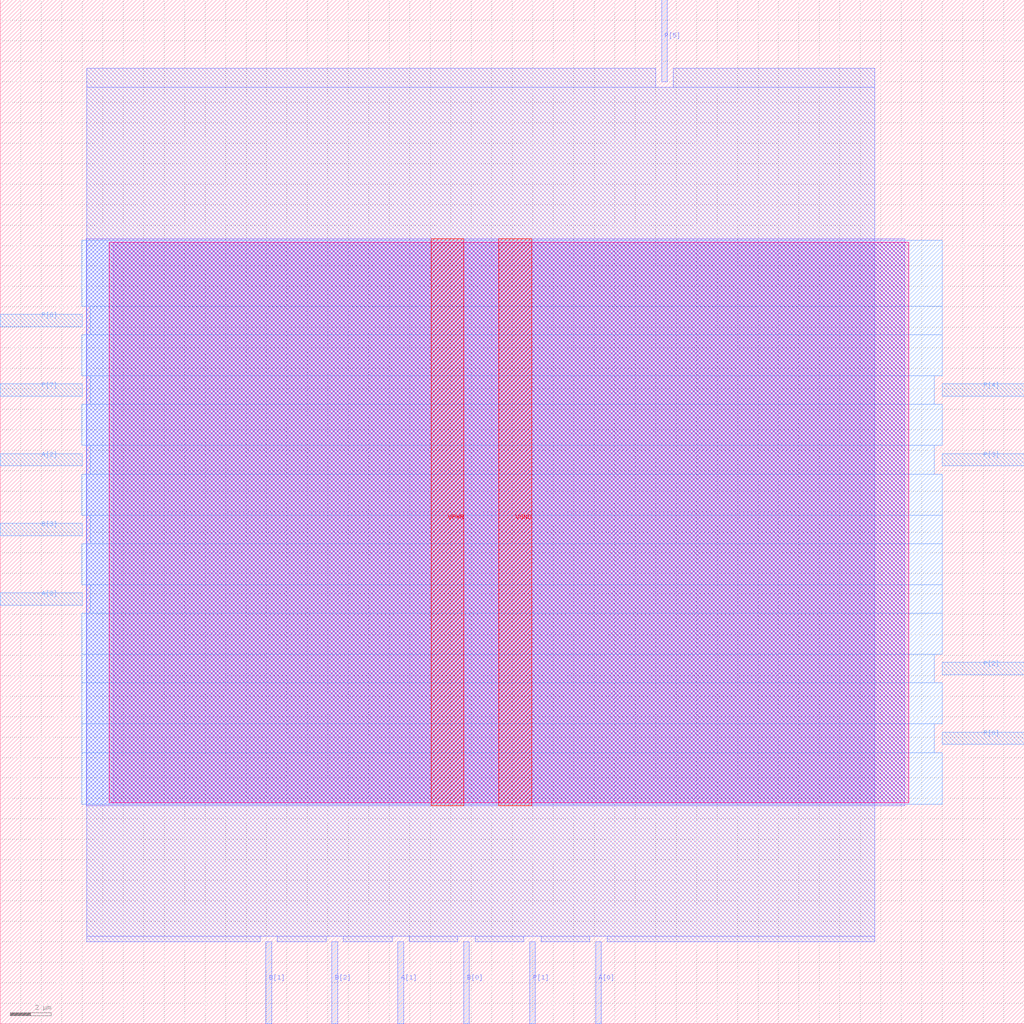
<source format=lef>
VERSION 5.7 ;
  NOWIREEXTENSIONATPIN ON ;
  DIVIDERCHAR "/" ;
  BUSBITCHARS "[]" ;
MACRO mult4_SarsaNStepsRuido_e9_SARSA_RUIDO_e9_SARSA_RUIDO_e9_SARSA_RUIDO_e9
  CLASS BLOCK ;
  FOREIGN mult4_SarsaNStepsRuido_e9_SARSA_RUIDO_e9_SARSA_RUIDO_e9_SARSA_RUIDO_e9 ;
  ORIGIN 0.000 0.000 ;
  SIZE 50.000 BY 50.000 ;
  PIN A[0]
    DIRECTION INPUT ;
    USE SIGNAL ;
    ANTENNAGATEAREA 0.213000 ;
    PORT
      LAYER met2 ;
        RECT 29.070 0.000 29.350 4.000 ;
    END
  END A[0]
  PIN A[1]
    DIRECTION INPUT ;
    USE SIGNAL ;
    ANTENNAGATEAREA 0.126000 ;
    PORT
      LAYER met2 ;
        RECT 19.410 0.000 19.690 4.000 ;
    END
  END A[1]
  PIN A[2]
    DIRECTION INPUT ;
    USE SIGNAL ;
    ANTENNAGATEAREA 0.213000 ;
    PORT
      LAYER met3 ;
        RECT 0.000 27.240 4.000 27.840 ;
    END
  END A[2]
  PIN A[3]
    DIRECTION INPUT ;
    USE SIGNAL ;
    ANTENNAGATEAREA 0.196500 ;
    PORT
      LAYER met3 ;
        RECT 0.000 20.440 4.000 21.040 ;
    END
  END A[3]
  PIN B[0]
    DIRECTION INPUT ;
    USE SIGNAL ;
    ANTENNAGATEAREA 0.196500 ;
    PORT
      LAYER met2 ;
        RECT 22.630 0.000 22.910 4.000 ;
    END
  END B[0]
  PIN B[1]
    DIRECTION INPUT ;
    USE SIGNAL ;
    ANTENNAGATEAREA 0.213000 ;
    PORT
      LAYER met2 ;
        RECT 12.970 0.000 13.250 4.000 ;
    END
  END B[1]
  PIN B[2]
    DIRECTION INPUT ;
    USE SIGNAL ;
    ANTENNAGATEAREA 0.196500 ;
    PORT
      LAYER met2 ;
        RECT 16.190 0.000 16.470 4.000 ;
    END
  END B[2]
  PIN B[3]
    DIRECTION INPUT ;
    USE SIGNAL ;
    ANTENNAGATEAREA 0.213000 ;
    PORT
      LAYER met3 ;
        RECT 0.000 23.840 4.000 24.440 ;
    END
  END B[3]
  PIN P[0]
    DIRECTION OUTPUT ;
    USE SIGNAL ;
    PORT
      LAYER met3 ;
        RECT 46.000 13.640 50.000 14.240 ;
    END
  END P[0]
  PIN P[1]
    DIRECTION OUTPUT ;
    USE SIGNAL ;
    ANTENNADIFFAREA 0.445500 ;
    PORT
      LAYER met2 ;
        RECT 25.850 0.000 26.130 4.000 ;
    END
  END P[1]
  PIN P[2]
    DIRECTION OUTPUT ;
    USE SIGNAL ;
    ANTENNADIFFAREA 0.445500 ;
    PORT
      LAYER met3 ;
        RECT 46.000 17.040 50.000 17.640 ;
    END
  END P[2]
  PIN P[3]
    DIRECTION OUTPUT ;
    USE SIGNAL ;
    ANTENNADIFFAREA 0.445500 ;
    PORT
      LAYER met3 ;
        RECT 46.000 27.240 50.000 27.840 ;
    END
  END P[3]
  PIN P[4]
    DIRECTION OUTPUT ;
    USE SIGNAL ;
    ANTENNADIFFAREA 0.445500 ;
    PORT
      LAYER met3 ;
        RECT 46.000 30.640 50.000 31.240 ;
    END
  END P[4]
  PIN P[5]
    DIRECTION OUTPUT ;
    USE SIGNAL ;
    ANTENNADIFFAREA 0.445500 ;
    PORT
      LAYER met2 ;
        RECT 32.290 46.000 32.570 50.000 ;
    END
  END P[5]
  PIN P[6]
    DIRECTION OUTPUT ;
    USE SIGNAL ;
    ANTENNADIFFAREA 0.445500 ;
    PORT
      LAYER met3 ;
        RECT 0.000 34.040 4.000 34.640 ;
    END
  END P[6]
  PIN P[7]
    DIRECTION OUTPUT ;
    USE SIGNAL ;
    ANTENNADIFFAREA 0.445500 ;
    PORT
      LAYER met3 ;
        RECT 0.000 30.640 4.000 31.240 ;
    END
  END P[7]
  PIN VGND
    DIRECTION INOUT ;
    USE GROUND ;
    PORT
      LAYER met4 ;
        RECT 24.340 10.640 25.940 38.320 ;
    END
  END VGND
  PIN VPWR
    DIRECTION INOUT ;
    USE POWER ;
    PORT
      LAYER met4 ;
        RECT 21.040 10.640 22.640 38.320 ;
    END
  END VPWR
  OBS
      LAYER nwell ;
        RECT 5.330 10.795 44.350 38.165 ;
      LAYER li1 ;
        RECT 5.520 10.795 44.160 38.165 ;
      LAYER met1 ;
        RECT 4.210 10.640 44.160 38.320 ;
      LAYER met2 ;
        RECT 4.230 45.720 32.010 46.650 ;
        RECT 32.850 45.720 42.690 46.650 ;
        RECT 4.230 4.280 42.690 45.720 ;
        RECT 4.230 4.000 12.690 4.280 ;
        RECT 13.530 4.000 15.910 4.280 ;
        RECT 16.750 4.000 19.130 4.280 ;
        RECT 19.970 4.000 22.350 4.280 ;
        RECT 23.190 4.000 25.570 4.280 ;
        RECT 26.410 4.000 28.790 4.280 ;
        RECT 29.630 4.000 42.690 4.280 ;
      LAYER met3 ;
        RECT 3.990 35.040 46.000 38.245 ;
        RECT 4.400 33.640 46.000 35.040 ;
        RECT 3.990 31.640 46.000 33.640 ;
        RECT 4.400 30.240 45.600 31.640 ;
        RECT 3.990 28.240 46.000 30.240 ;
        RECT 4.400 26.840 45.600 28.240 ;
        RECT 3.990 24.840 46.000 26.840 ;
        RECT 4.400 23.440 46.000 24.840 ;
        RECT 3.990 21.440 46.000 23.440 ;
        RECT 4.400 20.040 46.000 21.440 ;
        RECT 3.990 18.040 46.000 20.040 ;
        RECT 3.990 16.640 45.600 18.040 ;
        RECT 3.990 14.640 46.000 16.640 ;
        RECT 3.990 13.240 45.600 14.640 ;
        RECT 3.990 10.715 46.000 13.240 ;
  END
END mult4_SarsaNStepsRuido_e9_SARSA_RUIDO_e9_SARSA_RUIDO_e9_SARSA_RUIDO_e9
END LIBRARY


</source>
